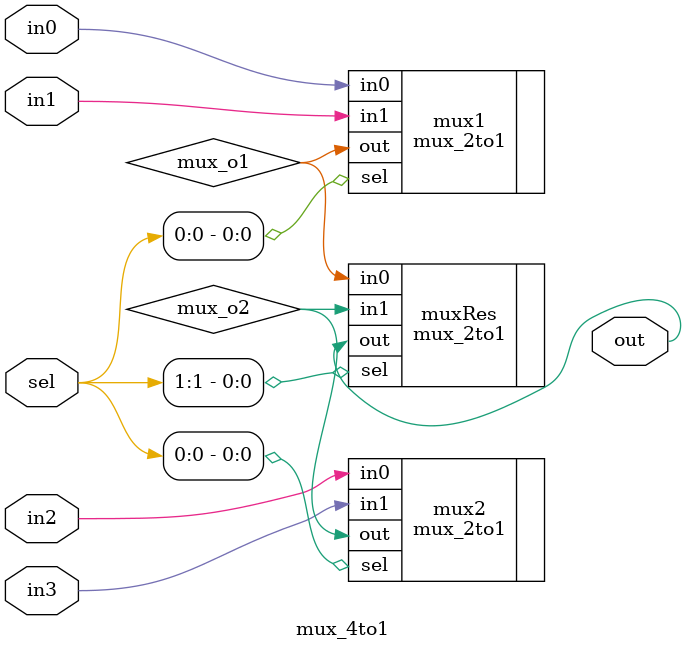
<source format=v>
module mux_4to1(
	output out,
	input in3,
	input in2,
	input in1,
	input in0,
	input [1:0] sel
	);
	

wire mux_o1;
wire mux_o2;

mux_2to1 mux1(.out(mux_o1), .in0(in0), .in1(in1), .sel(sel[0]));
mux_2to1 mux2(.out(mux_o2), .in0(in2), .in1(in3), .sel(sel[0]));
mux_2to1 muxRes(.out(out), .in0(mux_o1), .in1(mux_o2), .sel(sel[1]));
	
endmodule

</source>
